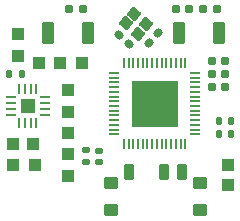
<source format=gts>
%TF.GenerationSoftware,KiCad,Pcbnew,8.0.3*%
%TF.CreationDate,2025-03-09T13:34:34-05:00*%
%TF.ProjectId,HearingAid_RightV3,48656172-696e-4674-9169-645f52696768,rev?*%
%TF.SameCoordinates,Original*%
%TF.FileFunction,Soldermask,Top*%
%TF.FilePolarity,Negative*%
%FSLAX46Y46*%
G04 Gerber Fmt 4.6, Leading zero omitted, Abs format (unit mm)*
G04 Created by KiCad (PCBNEW 8.0.3) date 2025-03-09 13:34:34*
%MOMM*%
%LPD*%
G01*
G04 APERTURE LIST*
G04 Aperture macros list*
%AMRoundRect*
0 Rectangle with rounded corners*
0 $1 Rounding radius*
0 $2 $3 $4 $5 $6 $7 $8 $9 X,Y pos of 4 corners*
0 Add a 4 corners polygon primitive as box body*
4,1,4,$2,$3,$4,$5,$6,$7,$8,$9,$2,$3,0*
0 Add four circle primitives for the rounded corners*
1,1,$1+$1,$2,$3*
1,1,$1+$1,$4,$5*
1,1,$1+$1,$6,$7*
1,1,$1+$1,$8,$9*
0 Add four rect primitives between the rounded corners*
20,1,$1+$1,$2,$3,$4,$5,0*
20,1,$1+$1,$4,$5,$6,$7,0*
20,1,$1+$1,$6,$7,$8,$9,0*
20,1,$1+$1,$8,$9,$2,$3,0*%
G04 Aperture macros list end*
%ADD10R,1.000000X1.000000*%
%ADD11RoundRect,0.135000X-0.135000X-0.185000X0.135000X-0.185000X0.135000X0.185000X-0.135000X0.185000X0*%
%ADD12RoundRect,0.062500X-0.062500X0.350000X-0.062500X-0.350000X0.062500X-0.350000X0.062500X0.350000X0*%
%ADD13RoundRect,0.062500X-0.350000X0.062500X-0.350000X-0.062500X0.350000X-0.062500X0.350000X0.062500X0*%
%ADD14R,1.230000X1.230000*%
%ADD15RoundRect,0.102000X-0.400000X-0.850000X0.400000X-0.850000X0.400000X0.850000X-0.400000X0.850000X0*%
%ADD16RoundRect,0.155000X0.023164X0.262001X-0.256555X-0.057970X-0.023164X-0.262001X0.256555X0.057970X0*%
%ADD17RoundRect,0.160000X0.197500X0.160000X-0.197500X0.160000X-0.197500X-0.160000X0.197500X-0.160000X0*%
%ADD18RoundRect,0.147500X0.147500X0.172500X-0.147500X0.172500X-0.147500X-0.172500X0.147500X-0.172500X0*%
%ADD19RoundRect,0.102000X0.350000X0.550000X-0.350000X0.550000X-0.350000X-0.550000X0.350000X-0.550000X0*%
%ADD20RoundRect,0.102000X0.500000X0.400000X-0.500000X0.400000X-0.500000X-0.400000X0.500000X-0.400000X0*%
%ADD21RoundRect,0.155000X0.212500X0.155000X-0.212500X0.155000X-0.212500X-0.155000X0.212500X-0.155000X0*%
%ADD22RoundRect,0.050000X-0.350000X-0.050000X0.350000X-0.050000X0.350000X0.050000X-0.350000X0.050000X0*%
%ADD23RoundRect,0.050000X-0.050000X-0.350000X0.050000X-0.350000X0.050000X0.350000X-0.050000X0.350000X0*%
%ADD24R,4.000000X4.000000*%
%ADD25RoundRect,0.155000X-0.212500X-0.155000X0.212500X-0.155000X0.212500X0.155000X-0.212500X0.155000X0*%
%ADD26RoundRect,0.102000X0.400000X0.850000X-0.400000X0.850000X-0.400000X-0.850000X0.400000X-0.850000X0*%
%ADD27RoundRect,0.135000X0.135000X0.185000X-0.135000X0.185000X-0.135000X-0.185000X0.135000X-0.185000X0*%
%ADD28RoundRect,0.160000X-0.197500X-0.160000X0.197500X-0.160000X0.197500X0.160000X-0.197500X0.160000X0*%
%ADD29RoundRect,0.147500X-0.172500X0.147500X-0.172500X-0.147500X0.172500X-0.147500X0.172500X0.147500X0*%
%ADD30RoundRect,0.135000X0.185000X-0.135000X0.185000X0.135000X-0.185000X0.135000X-0.185000X-0.135000X0*%
%ADD31RoundRect,0.102000X-0.061580X0.509247X-0.512280X-0.026355X0.061580X-0.509247X0.512280X0.026355X0*%
%ADD32RoundRect,0.155000X-0.262417X0.017855X0.063152X-0.255329X0.262417X-0.017855X-0.063152X0.255329X0*%
G04 APERTURE END LIST*
D10*
%TO.C,TP23*%
X124380000Y-75360000D03*
%TD*%
%TO.C,TP24*%
X106130000Y-75350000D03*
%TD*%
D11*
%TO.C,R11*%
X123630000Y-72730000D03*
X124650000Y-72730000D03*
%TD*%
D10*
%TO.C,TP16*%
X110140000Y-66730000D03*
%TD*%
D12*
%TO.C,U5*%
X108142500Y-68922500D03*
X107642500Y-68922500D03*
X107142500Y-68922500D03*
X106642500Y-68922500D03*
D13*
X105955000Y-69610000D03*
X105955000Y-70110000D03*
X105955000Y-70610000D03*
X105955000Y-71110000D03*
D12*
X106642500Y-71797500D03*
X107142500Y-71797500D03*
X107642500Y-71797500D03*
X108142500Y-71797500D03*
D13*
X108830000Y-71110000D03*
X108830000Y-70610000D03*
X108830000Y-70110000D03*
X108830000Y-69610000D03*
D14*
X107392500Y-70360000D03*
%TD*%
D15*
%TO.C,SW2*%
X109150000Y-64180000D03*
X112550000Y-64180000D03*
%TD*%
D16*
%TO.C,C7*%
X118417020Y-64165486D03*
X117670000Y-65020000D03*
%TD*%
D10*
%TO.C,TP22*%
X124370000Y-77070000D03*
%TD*%
D17*
%TO.C,R14*%
X123460000Y-62140000D03*
X122265000Y-62140000D03*
%TD*%
D10*
%TO.C,TP20*%
X108030000Y-75370000D03*
%TD*%
D18*
%TO.C,D3*%
X124610000Y-71620000D03*
X123640000Y-71620000D03*
%TD*%
D19*
%TO.C,S1*%
X115970000Y-75935000D03*
X118970000Y-75935000D03*
X120470000Y-75935000D03*
D20*
X121970000Y-79135000D03*
X114470000Y-79135000D03*
X114470000Y-76835000D03*
X121970000Y-76835000D03*
%TD*%
D10*
%TO.C,TP21*%
X110810000Y-76250000D03*
%TD*%
%TO.C,TP15*%
X108340000Y-66720000D03*
%TD*%
%TO.C,TP7*%
X110790000Y-72600000D03*
%TD*%
%TO.C,TP3*%
X106120000Y-73600000D03*
%TD*%
%TO.C,TP18*%
X106540000Y-66120000D03*
%TD*%
D21*
%TO.C,C5*%
X121085000Y-62130000D03*
X119950000Y-62130000D03*
%TD*%
D22*
%TO.C,U8*%
X114690000Y-67550000D03*
X114690000Y-67950000D03*
X114690000Y-68350000D03*
X114690000Y-68750000D03*
X114690000Y-69150000D03*
X114690000Y-69550000D03*
X114690000Y-69950000D03*
X114690000Y-70350000D03*
X114690000Y-70750000D03*
X114690000Y-71150000D03*
X114690000Y-71550000D03*
X114690000Y-71950000D03*
X114690000Y-72350000D03*
X114690000Y-72750000D03*
D23*
X115540000Y-73600000D03*
X115940000Y-73600000D03*
X116340000Y-73600000D03*
X116740000Y-73600000D03*
X117140000Y-73600000D03*
X117540000Y-73600000D03*
X117940000Y-73600000D03*
X118340000Y-73600000D03*
X118740000Y-73600000D03*
X119140000Y-73600000D03*
X119540000Y-73600000D03*
X119940000Y-73600000D03*
X120340000Y-73600000D03*
X120740000Y-73600000D03*
D22*
X121590000Y-72750000D03*
X121590000Y-72350000D03*
X121590000Y-71950000D03*
X121590000Y-71550000D03*
X121590000Y-71150000D03*
X121590000Y-70750000D03*
X121590000Y-70350000D03*
X121590000Y-69950000D03*
X121590000Y-69550000D03*
X121590000Y-69150000D03*
X121590000Y-68750000D03*
X121590000Y-68350000D03*
X121590000Y-67950000D03*
X121590000Y-67550000D03*
D23*
X120740000Y-66700000D03*
X120340000Y-66700000D03*
X119940000Y-66700000D03*
X119540000Y-66700000D03*
X119140000Y-66700000D03*
X118740000Y-66700000D03*
X118340000Y-66700000D03*
X117940000Y-66700000D03*
X117540000Y-66700000D03*
X117140000Y-66700000D03*
X116740000Y-66700000D03*
X116340000Y-66700000D03*
X115940000Y-66700000D03*
X115540000Y-66700000D03*
D24*
X118140000Y-70150000D03*
%TD*%
D10*
%TO.C,TP13*%
X110780000Y-74380000D03*
%TD*%
%TO.C,TP6*%
X106540000Y-64280000D03*
%TD*%
%TO.C,TP17*%
X111960000Y-66730000D03*
%TD*%
D25*
%TO.C,C8*%
X122972500Y-68760000D03*
X124107500Y-68760000D03*
%TD*%
D10*
%TO.C,TP8*%
X110800000Y-70820000D03*
%TD*%
D26*
%TO.C,RST*%
X123597500Y-64200000D03*
X120197500Y-64200000D03*
%TD*%
D10*
%TO.C,TP4*%
X107860000Y-73600000D03*
%TD*%
%TO.C,TP9*%
X110810000Y-68990000D03*
%TD*%
D27*
%TO.C,R13*%
X106880000Y-67630000D03*
X105860000Y-67630000D03*
%TD*%
D25*
%TO.C,C3*%
X122972500Y-66540000D03*
X124107500Y-66540000D03*
%TD*%
%TO.C,C4*%
X122982500Y-67650000D03*
X124117500Y-67650000D03*
%TD*%
D28*
%TO.C,R15*%
X110875000Y-62120000D03*
X112070000Y-62120000D03*
%TD*%
D29*
%TO.C,D4*%
X113400000Y-74125000D03*
X113400000Y-75095000D03*
%TD*%
D30*
%TO.C,R12*%
X112310000Y-75120000D03*
X112310000Y-74100000D03*
%TD*%
D31*
%TO.C,Y1*%
X117413856Y-63444857D03*
X116380908Y-62575648D03*
X115737052Y-63340791D03*
X116770000Y-64210000D03*
%TD*%
D32*
%TO.C,C6*%
X115135270Y-64365218D03*
X116004730Y-65094782D03*
%TD*%
M02*

</source>
